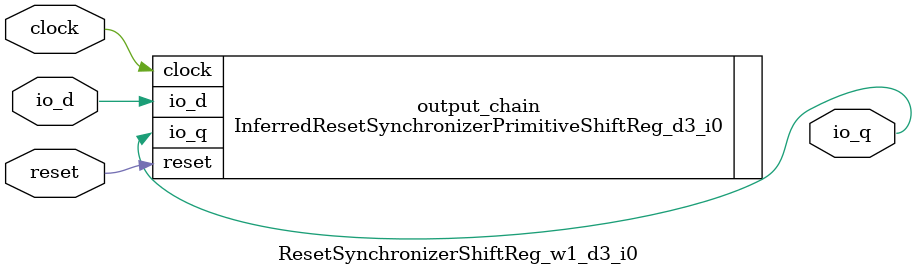
<source format=sv>
module ResetSynchronizerShiftReg_w1_d3_i0(	// @[generators/rocket-chip/src/main/scala/util/SynchronizerReg.scala:142:7]
  input  clock,	// @[generators/rocket-chip/src/main/scala/util/SynchronizerReg.scala:142:7]
  input  reset,	// @[generators/rocket-chip/src/main/scala/util/SynchronizerReg.scala:142:7]
  input  io_d,	// @[generators/rocket-chip/src/main/scala/util/ShiftReg.scala:36:14]
  output io_q	// @[generators/rocket-chip/src/main/scala/util/ShiftReg.scala:36:14]
);

  InferredResetSynchronizerPrimitiveShiftReg_d3_i0 output_chain (	// @[generators/rocket-chip/src/main/scala/util/ShiftReg.scala:45:23]
    .clock (clock),
    .reset (reset),
    .io_d  (io_d),
    .io_q  (io_q)
  );	// @[generators/rocket-chip/src/main/scala/util/ShiftReg.scala:45:23]
endmodule


</source>
